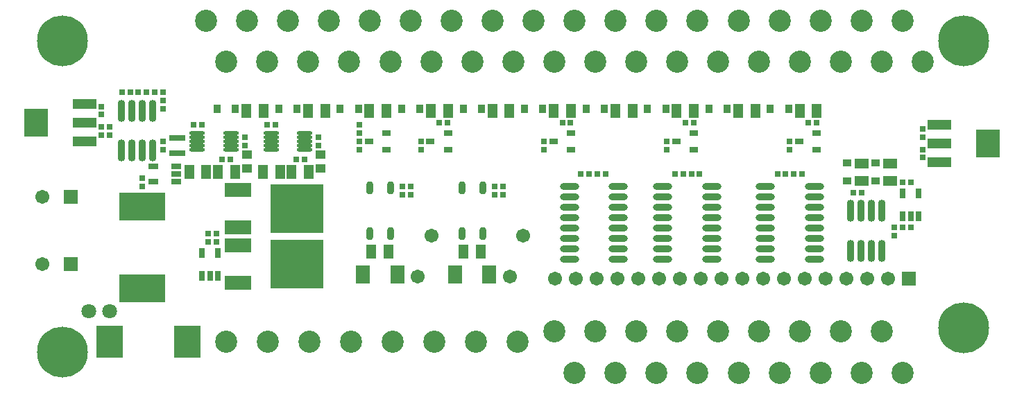
<source format=gts>
%FSLAX44Y44*%
%MOMM*%
G71*
G01*
G75*
G04 Layer_Color=8388736*
%ADD10C,0.3000*%
%ADD11C,0.5000*%
%ADD12O,2.1500X0.6000*%
%ADD13R,3.0000X1.6000*%
%ADD14R,6.2000X5.8000*%
%ADD15O,0.7000X2.5000*%
%ADD16R,2.7000X1.0000*%
%ADD17R,2.7000X3.3000*%
%ADD18R,0.6300X0.8300*%
%ADD19R,1.0000X1.5000*%
G04:AMPARAMS|DCode=20|XSize=0.6mm|YSize=1.3mm|CornerRadius=0.15mm|HoleSize=0mm|Usage=FLASHONLY|Rotation=180.000|XOffset=0mm|YOffset=0mm|HoleType=Round|Shape=RoundedRectangle|*
%AMROUNDEDRECTD20*
21,1,0.6000,1.0000,0,0,180.0*
21,1,0.3000,1.3000,0,0,180.0*
1,1,0.3000,-0.1500,0.5000*
1,1,0.3000,0.1500,0.5000*
1,1,0.3000,0.1500,-0.5000*
1,1,0.3000,-0.1500,-0.5000*
%
%ADD20ROUNDEDRECTD20*%
%ADD21R,5.5000X3.2000*%
%ADD22R,0.6000X0.6000*%
%ADD23R,0.6000X0.6000*%
%ADD24R,0.9000X0.6000*%
%ADD25R,0.8300X0.6300*%
%ADD26R,1.0000X0.8000*%
%ADD27R,1.5000X2.1000*%
%ADD28R,3.0000X3.7500*%
%ADD29R,1.5000X1.0000*%
%ADD30R,0.6000X1.1000*%
%ADD31O,1.7000X0.3000*%
%ADD32R,0.4500X0.6000*%
%ADD33R,1.1000X0.6000*%
%ADD34C,1.8000*%
%ADD35C,1.5000*%
%ADD36C,2.0000*%
%ADD37C,0.7500*%
%ADD38C,1.0000*%
%ADD39C,0.2600*%
%ADD40C,0.2500*%
%ADD41C,2.5000*%
%ADD42C,1.5000*%
%ADD43R,1.5000X1.5000*%
%ADD44C,6.0000*%
%ADD45C,1.6000*%
%ADD46C,0.7000*%
%ADD47R,0.8000X1.0000*%
%ADD48C,0.7000*%
%ADD49C,0.1700*%
%ADD50C,0.2000*%
%ADD51C,0.2540*%
%ADD52C,0.1000*%
%ADD53C,0.1500*%
%ADD54O,2.3532X0.8032*%
%ADD55R,3.2032X1.8032*%
%ADD56R,6.4032X6.0032*%
%ADD57O,0.9032X2.7032*%
%ADD58R,2.9032X1.2032*%
%ADD59R,2.9032X3.5032*%
%ADD60R,0.8332X1.0332*%
%ADD61R,1.2032X1.7032*%
G04:AMPARAMS|DCode=62|XSize=0.8032mm|YSize=1.5032mm|CornerRadius=0.2516mm|HoleSize=0mm|Usage=FLASHONLY|Rotation=180.000|XOffset=0mm|YOffset=0mm|HoleType=Round|Shape=RoundedRectangle|*
%AMROUNDEDRECTD62*
21,1,0.8032,1.0000,0,0,180.0*
21,1,0.3000,1.5032,0,0,180.0*
1,1,0.5032,-0.1500,0.5000*
1,1,0.5032,0.1500,0.5000*
1,1,0.5032,0.1500,-0.5000*
1,1,0.5032,-0.1500,-0.5000*
%
%ADD62ROUNDEDRECTD62*%
%ADD63R,5.7032X3.4032*%
%ADD64R,0.8032X0.8032*%
%ADD65R,0.8032X0.8032*%
%ADD66R,1.1032X0.8032*%
%ADD67R,1.0332X0.8332*%
%ADD68R,1.2032X1.0032*%
%ADD69R,1.7032X2.3032*%
%ADD70R,3.2032X3.9532*%
%ADD71R,1.7032X1.2032*%
%ADD72R,0.8032X1.3032*%
%ADD73O,1.9032X0.5032*%
%ADD74R,0.6532X0.8032*%
%ADD75R,1.3032X0.8032*%
%ADD76C,2.7032*%
%ADD77C,1.7032*%
%ADD78R,1.7032X1.7032*%
%ADD79C,6.2032*%
%ADD80C,1.8032*%
D54*
X668500Y251950D02*
D03*
X668500Y239250D02*
D03*
X668500Y226550D02*
D03*
X668500Y213850D02*
D03*
Y201150D02*
D03*
Y188450D02*
D03*
Y175750D02*
D03*
X668500Y163050D02*
D03*
X728500Y251950D02*
D03*
Y239250D02*
D03*
Y226550D02*
D03*
X728500Y213850D02*
D03*
Y201150D02*
D03*
X728500Y188450D02*
D03*
Y175750D02*
D03*
Y163050D02*
D03*
X782500Y251950D02*
D03*
Y239250D02*
D03*
Y226550D02*
D03*
Y213850D02*
D03*
Y201150D02*
D03*
Y188450D02*
D03*
Y175750D02*
D03*
Y163050D02*
D03*
X842500Y251950D02*
D03*
Y239250D02*
D03*
Y226550D02*
D03*
Y213850D02*
D03*
Y201150D02*
D03*
Y188450D02*
D03*
Y175750D02*
D03*
Y163050D02*
D03*
X907500Y251950D02*
D03*
Y239250D02*
D03*
Y226550D02*
D03*
Y213850D02*
D03*
Y201150D02*
D03*
Y188450D02*
D03*
Y175750D02*
D03*
Y163050D02*
D03*
X967500Y251950D02*
D03*
Y239250D02*
D03*
Y226550D02*
D03*
Y213850D02*
D03*
Y201150D02*
D03*
Y188450D02*
D03*
Y175750D02*
D03*
Y163050D02*
D03*
D55*
X264100Y180360D02*
D03*
Y134640D02*
D03*
Y247860D02*
D03*
Y202140D02*
D03*
D56*
X335900Y157500D02*
D03*
Y225000D02*
D03*
D57*
X1011900Y173500D02*
D03*
X1024600D02*
D03*
X1037300D02*
D03*
X1050000D02*
D03*
X1011900Y222500D02*
D03*
X1024600D02*
D03*
X1037300D02*
D03*
X1050000D02*
D03*
X159600Y345000D02*
D03*
X146900D02*
D03*
X134200Y345000D02*
D03*
X121500Y345000D02*
D03*
X159600Y296000D02*
D03*
X146900Y296000D02*
D03*
X134200D02*
D03*
X121500Y296000D02*
D03*
D58*
X1120500Y328000D02*
D03*
Y305000D02*
D03*
Y282000D02*
D03*
X77000Y307000D02*
D03*
Y330000D02*
D03*
Y353000D02*
D03*
D59*
X1179500Y305000D02*
D03*
X18000Y330000D02*
D03*
D60*
X936100Y347500D02*
D03*
X913900D02*
D03*
X861100D02*
D03*
X838900D02*
D03*
X786100D02*
D03*
X763900D02*
D03*
X711100D02*
D03*
X688900D02*
D03*
X636100D02*
D03*
X613900D02*
D03*
X561100D02*
D03*
X538900D02*
D03*
X486100D02*
D03*
X463900Y347500D02*
D03*
X411100Y347500D02*
D03*
X388900Y347500D02*
D03*
X336100Y347500D02*
D03*
X313900Y347500D02*
D03*
X261100Y347500D02*
D03*
X238900Y347500D02*
D03*
D61*
X949500Y345000D02*
D03*
X970500D02*
D03*
X874500D02*
D03*
X895500D02*
D03*
X799500D02*
D03*
X820500D02*
D03*
X724500D02*
D03*
X745500D02*
D03*
X649500D02*
D03*
X670500D02*
D03*
X560500Y172500D02*
D03*
X539500D02*
D03*
X448000D02*
D03*
X427000D02*
D03*
X574500Y345000D02*
D03*
X595500D02*
D03*
X499500D02*
D03*
X520500D02*
D03*
X424500D02*
D03*
X445500D02*
D03*
X329500Y270000D02*
D03*
X350500D02*
D03*
X315500D02*
D03*
X294500D02*
D03*
X349500Y345000D02*
D03*
X370500D02*
D03*
X274500D02*
D03*
X295500D02*
D03*
X239500Y270000D02*
D03*
X260500D02*
D03*
X204500D02*
D03*
X225500D02*
D03*
D62*
X562700Y250500D02*
D03*
X537300D02*
D03*
X562700Y194500D02*
D03*
X537300D02*
D03*
X450200Y250500D02*
D03*
X424800D02*
D03*
X450200Y194500D02*
D03*
X424800D02*
D03*
D63*
X147500Y127500D02*
D03*
Y227500D02*
D03*
D64*
X1100000Y297500D02*
D03*
Y287500D02*
D03*
Y312500D02*
D03*
Y322500D02*
D03*
X97500Y340000D02*
D03*
Y350000D02*
D03*
Y325000D02*
D03*
Y315000D02*
D03*
X1065000Y202500D02*
D03*
Y192500D02*
D03*
X272500Y312500D02*
D03*
Y302500D02*
D03*
X147500Y262500D02*
D03*
Y252500D02*
D03*
X172500Y297500D02*
D03*
X172500Y307500D02*
D03*
X362500Y312500D02*
D03*
Y302500D02*
D03*
X107500Y325000D02*
D03*
Y315000D02*
D03*
X172500Y347500D02*
D03*
X172500Y357500D02*
D03*
X487500Y297500D02*
D03*
Y307500D02*
D03*
X412500Y327500D02*
D03*
Y317500D02*
D03*
Y297500D02*
D03*
Y307500D02*
D03*
X787500Y297500D02*
D03*
Y307500D02*
D03*
X637500Y297500D02*
D03*
Y307500D02*
D03*
X937500Y297500D02*
D03*
Y307500D02*
D03*
X475000Y242500D02*
D03*
Y252500D02*
D03*
X465000Y252500D02*
D03*
Y242500D02*
D03*
X587500Y242500D02*
D03*
Y252500D02*
D03*
X577500Y252500D02*
D03*
Y242500D02*
D03*
D65*
X807500Y267500D02*
D03*
X797500D02*
D03*
X827500D02*
D03*
X817500D02*
D03*
X932500D02*
D03*
X922500D02*
D03*
X952500D02*
D03*
X942500D02*
D03*
X1085000Y202500D02*
D03*
X1075000D02*
D03*
X1085000Y257500D02*
D03*
X1075000D02*
D03*
X1015000Y245000D02*
D03*
X1025000D02*
D03*
X255000Y285000D02*
D03*
X245000D02*
D03*
X345000D02*
D03*
X335000D02*
D03*
X162500Y367500D02*
D03*
X172500Y367500D02*
D03*
X682500Y267500D02*
D03*
X692500D02*
D03*
X712500D02*
D03*
X702500D02*
D03*
X227500Y185000D02*
D03*
X237500D02*
D03*
X520000Y330000D02*
D03*
X510000D02*
D03*
X820000D02*
D03*
X810000D02*
D03*
X670000D02*
D03*
X660000D02*
D03*
X970000D02*
D03*
X960000D02*
D03*
X220000Y327500D02*
D03*
X210000D02*
D03*
X310000D02*
D03*
X300000D02*
D03*
X122500Y367500D02*
D03*
X132500Y367500D02*
D03*
X152500D02*
D03*
X142500Y367500D02*
D03*
X237500Y195000D02*
D03*
X227500D02*
D03*
D66*
X520500Y297500D02*
D03*
Y317500D02*
D03*
X499000Y307500D02*
D03*
X445500Y297500D02*
D03*
Y317500D02*
D03*
X424000Y307500D02*
D03*
X820500Y297500D02*
D03*
Y317500D02*
D03*
X799000Y307500D02*
D03*
X670500Y297500D02*
D03*
Y317500D02*
D03*
X649000Y307500D02*
D03*
X970500Y297500D02*
D03*
Y317500D02*
D03*
X949000Y307500D02*
D03*
D67*
X1042500Y258900D02*
D03*
Y281100D02*
D03*
X1007500D02*
D03*
Y258900D02*
D03*
D68*
X275000Y274000D02*
D03*
Y291000D02*
D03*
X365000Y274000D02*
D03*
Y291000D02*
D03*
D69*
X458500Y145000D02*
D03*
X416500D02*
D03*
X571000D02*
D03*
X529000D02*
D03*
D70*
X202500Y62500D02*
D03*
X107500D02*
D03*
D71*
X1060000Y259500D02*
D03*
Y280500D02*
D03*
X1025000Y280500D02*
D03*
Y259500D02*
D03*
D72*
X1075501Y244001D02*
D03*
X1094501D02*
D03*
Y216001D02*
D03*
X1085001D02*
D03*
X1075501D02*
D03*
X220501Y171501D02*
D03*
X239501D02*
D03*
Y143501D02*
D03*
X230001D02*
D03*
X220501D02*
D03*
D73*
X214500Y317500D02*
D03*
Y312500D02*
D03*
Y307500D02*
D03*
Y302500D02*
D03*
Y297500D02*
D03*
X255500Y317500D02*
D03*
Y312500D02*
D03*
Y307500D02*
D03*
Y302500D02*
D03*
Y297500D02*
D03*
X304500Y317500D02*
D03*
Y312500D02*
D03*
Y307500D02*
D03*
Y302500D02*
D03*
Y297500D02*
D03*
X345500Y317500D02*
D03*
Y312500D02*
D03*
Y307500D02*
D03*
Y302500D02*
D03*
Y297500D02*
D03*
D74*
X190000Y312000D02*
D03*
X183500D02*
D03*
X196500D02*
D03*
Y293000D02*
D03*
X190000D02*
D03*
X183500Y293000D02*
D03*
D75*
X160999Y258001D02*
D03*
Y277001D02*
D03*
X188999D02*
D03*
Y267501D02*
D03*
Y258001D02*
D03*
D76*
X925000Y25000D02*
D03*
X900000Y75000D02*
D03*
X975000Y25000D02*
D03*
X950000Y75000D02*
D03*
X1000000D02*
D03*
X1025000Y25000D02*
D03*
X1050000Y75000D02*
D03*
X1075000Y25000D02*
D03*
X850000Y75000D02*
D03*
X875000Y25000D02*
D03*
X800000Y75000D02*
D03*
X825000Y25000D02*
D03*
X750000Y75000D02*
D03*
X775000Y25000D02*
D03*
X700000Y75000D02*
D03*
X725000Y25000D02*
D03*
X675000D02*
D03*
X650000Y75000D02*
D03*
X1100000Y405000D02*
D03*
X1075000Y455000D02*
D03*
X1050000Y405000D02*
D03*
X1025000Y455000D02*
D03*
X1000000Y405000D02*
D03*
X975000Y455000D02*
D03*
X950000Y405000D02*
D03*
X925000Y455000D02*
D03*
X900000Y405000D02*
D03*
X875000Y455000D02*
D03*
X850000Y405000D02*
D03*
X825000Y455000D02*
D03*
X800000Y405000D02*
D03*
X775000Y455000D02*
D03*
X750000Y405000D02*
D03*
X725000Y455000D02*
D03*
X675000D02*
D03*
X700000Y405000D02*
D03*
X650000Y405000D02*
D03*
X625000Y455000D02*
D03*
X575000D02*
D03*
X600000Y405000D02*
D03*
X525000Y455000D02*
D03*
X550000Y405000D02*
D03*
X475000Y455000D02*
D03*
X500000Y405000D02*
D03*
X425000Y455000D02*
D03*
X450000Y405000D02*
D03*
X225000Y455000D02*
D03*
X250000Y405000D02*
D03*
X275000Y455000D02*
D03*
X300000Y405000D02*
D03*
X350000D02*
D03*
X325000Y455000D02*
D03*
X400000Y405000D02*
D03*
X375000Y455000D02*
D03*
X351000Y62500D02*
D03*
X401800D02*
D03*
X452600D02*
D03*
X503400D02*
D03*
X554200D02*
D03*
X605000D02*
D03*
X300200D02*
D03*
X249400D02*
D03*
D77*
X596000Y142500D02*
D03*
X612500Y192500D02*
D03*
X483500Y142500D02*
D03*
X500000Y192500D02*
D03*
X25000Y240000D02*
D03*
Y157500D02*
D03*
X650700Y140000D02*
D03*
X676100D02*
D03*
X701500D02*
D03*
X726900D02*
D03*
X752300D02*
D03*
X777700D02*
D03*
X803100D02*
D03*
X828500D02*
D03*
X853900D02*
D03*
X879300D02*
D03*
X904700D02*
D03*
X930100D02*
D03*
X955500D02*
D03*
X980900D02*
D03*
X1006300D02*
D03*
X1031700D02*
D03*
X1057100D02*
D03*
D78*
X60000Y240000D02*
D03*
Y157500D02*
D03*
X1082500Y140000D02*
D03*
D79*
X1150000Y80000D02*
D03*
Y430000D02*
D03*
X50000D02*
D03*
Y50000D02*
D03*
D80*
X82500Y100000D02*
D03*
X107900D02*
D03*
M02*

</source>
